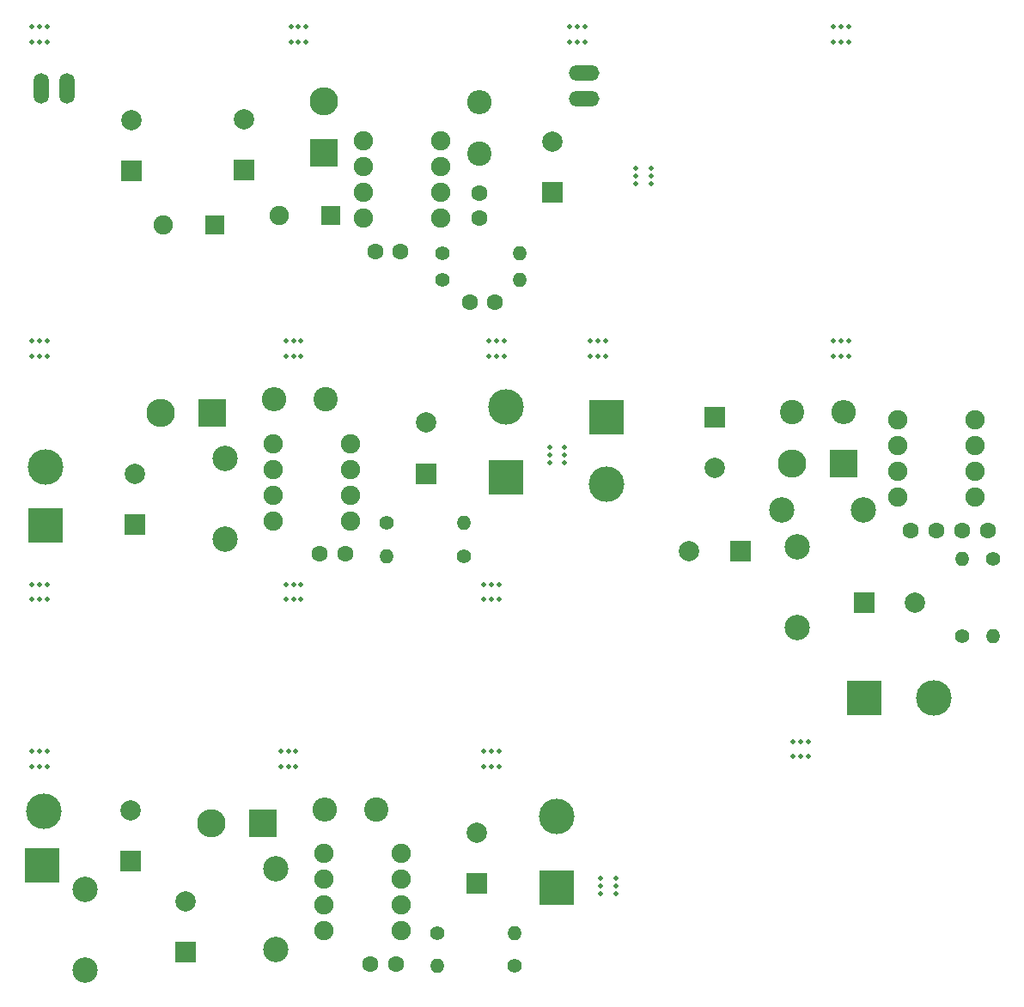
<source format=gbr>
%TF.GenerationSoftware,KiCad,Pcbnew,(6.0.8)*%
%TF.CreationDate,2022-11-19T23:49:02+04:00*%
%TF.ProjectId,panel,70616e65-6c2e-46b6-9963-61645f706362,rev?*%
%TF.SameCoordinates,Original*%
%TF.FileFunction,Soldermask,Bot*%
%TF.FilePolarity,Negative*%
%FSLAX46Y46*%
G04 Gerber Fmt 4.6, Leading zero omitted, Abs format (unit mm)*
G04 Created by KiCad (PCBNEW (6.0.8)) date 2022-11-19 23:49:02*
%MOMM*%
%LPD*%
G01*
G04 APERTURE LIST*
%ADD10C,1.400000*%
%ADD11O,1.400000X1.400000*%
%ADD12C,0.500000*%
%ADD13R,2.000000X2.000000*%
%ADD14C,2.000000*%
%ADD15R,2.800000X2.800000*%
%ADD16O,2.800000X2.800000*%
%ADD17C,2.400000*%
%ADD18O,2.400000X2.400000*%
%ADD19R,3.500120X3.500120*%
%ADD20C,1.600000*%
%ADD21C,2.499360*%
%ADD22O,3.010000X1.510000*%
%ADD23C,1.905000*%
%ADD24R,1.905000X1.905000*%
%ADD25O,1.510000X3.010000*%
%ADD26C,3.500120*%
G04 APERTURE END LIST*
D10*
%TO.C,R1*%
X102213800Y-121623700D03*
D11*
X109833800Y-121623700D03*
%TD*%
D12*
%TO.C,mouse-bite-2mm-slot*%
X123250000Y-46250000D03*
X123250000Y-47750000D03*
X121750000Y-47000000D03*
X121750000Y-46250000D03*
X121750000Y-47750000D03*
X123250000Y-47000000D03*
%TD*%
D13*
%TO.C,C3*%
X132024000Y-83996000D03*
D14*
X127024000Y-83996000D03*
%TD*%
D10*
%TO.C,R3*%
X109821100Y-124913000D03*
D11*
X102201100Y-124913000D03*
%TD*%
D15*
%TO.C,D1*%
X79977360Y-70396400D03*
D16*
X74897360Y-70396400D03*
%TD*%
D12*
%TO.C,mouse-bite-2mm-slot*%
X62250000Y-88750000D03*
X63000000Y-88750000D03*
X63750000Y-88750000D03*
X62250000Y-87250000D03*
X63750000Y-87250000D03*
X63000000Y-87250000D03*
%TD*%
D17*
%TO.C,R2*%
X137104000Y-70280000D03*
D18*
X142184000Y-70280000D03*
%TD*%
D19*
%TO.C,Vout*%
X144216000Y-98474000D03*
%TD*%
%TO.C,Vout*%
X63237500Y-115007000D03*
%TD*%
D12*
%TO.C,mouse-bite-2mm-slot*%
X63750000Y-105250000D03*
X62250000Y-103750000D03*
X63750000Y-103750000D03*
X63000000Y-103750000D03*
X62250000Y-105250000D03*
X63000000Y-105250000D03*
%TD*%
D20*
%TO.C,C2*%
X151328000Y-81964000D03*
X148828000Y-81964000D03*
%TD*%
D21*
%TO.C,L1*%
X144152500Y-79932000D03*
X136151500Y-79932000D03*
%TD*%
D12*
%TO.C,mouse-bite-2mm-slot*%
X116000000Y-32250000D03*
X115250000Y-32250000D03*
X115250000Y-33750000D03*
X116750000Y-33750000D03*
X116000000Y-33750000D03*
X116750000Y-32250000D03*
%TD*%
D21*
%TO.C,L2*%
X137612000Y-83551500D03*
X137612000Y-91552500D03*
%TD*%
D12*
%TO.C,mouse-bite-2mm-slot*%
X114750000Y-73750000D03*
X114750000Y-75250000D03*
X114750000Y-74500000D03*
X113250000Y-73750000D03*
X113250000Y-74500000D03*
X113250000Y-75250000D03*
%TD*%
%TO.C,mouse-bite-2mm-slot*%
X87750000Y-33750000D03*
X88500000Y-33750000D03*
X89250000Y-32250000D03*
X89250000Y-33750000D03*
X88500000Y-32250000D03*
X87750000Y-32250000D03*
%TD*%
D10*
%TO.C,R1*%
X102700000Y-54598000D03*
D11*
X110320000Y-54598000D03*
%TD*%
D13*
%TO.C,C3*%
X83142000Y-46406500D03*
D14*
X83142000Y-41406500D03*
%TD*%
D10*
%TO.C,R3*%
X102700000Y-57265000D03*
D11*
X110320000Y-57265000D03*
%TD*%
D12*
%TO.C,mouse-bite-2mm-slot*%
X108250000Y-88750000D03*
X106750000Y-88750000D03*
X108250000Y-87250000D03*
X107500000Y-87250000D03*
X107500000Y-88750000D03*
X106750000Y-87250000D03*
%TD*%
D20*
%TO.C,C2*%
X90609800Y-84277500D03*
X93109800Y-84277500D03*
%TD*%
D12*
%TO.C,mouse-bite-2mm-slot*%
X141250000Y-63250000D03*
X141250000Y-64750000D03*
X142000000Y-63250000D03*
X142000000Y-64750000D03*
X142750000Y-64750000D03*
X142750000Y-63250000D03*
%TD*%
D17*
%TO.C,R2*%
X96155900Y-109444400D03*
D18*
X91075900Y-109444400D03*
%TD*%
D20*
%TO.C,C6*%
X106319500Y-48669000D03*
X106319500Y-51169000D03*
%TD*%
D13*
%TO.C,C1*%
X113495000Y-48629000D03*
D14*
X113495000Y-43629000D03*
%TD*%
D22*
%TO.C,Vin*%
X116670000Y-36818000D03*
X116670000Y-39358000D03*
%TD*%
D21*
%TO.C,L1*%
X67492000Y-117331100D03*
X67492000Y-125332100D03*
%TD*%
D13*
%TO.C,C3*%
X71962400Y-114575200D03*
D14*
X71962400Y-109575200D03*
%TD*%
D19*
%TO.C,Vin*%
X113971460Y-117138060D03*
%TD*%
D17*
%TO.C,R2*%
X91155900Y-68999400D03*
D18*
X86075900Y-68999400D03*
%TD*%
D23*
%TO.C,U1*%
X147518000Y-71042000D03*
X147518000Y-73582000D03*
X147518000Y-76122000D03*
X147518000Y-78662000D03*
X155138000Y-78662000D03*
X155138000Y-76122000D03*
X155138000Y-73582000D03*
X155138000Y-71042000D03*
%TD*%
D24*
%TO.C,L1*%
X91651000Y-50915000D03*
D23*
X86571000Y-50915000D03*
%TD*%
D12*
%TO.C,mouse-bite-2mm-slot*%
X108250000Y-105250000D03*
X107500000Y-105250000D03*
X107500000Y-103750000D03*
X108250000Y-103750000D03*
X106750000Y-105250000D03*
X106750000Y-103750000D03*
%TD*%
D13*
%TO.C,C4*%
X72029500Y-46470000D03*
D14*
X72029500Y-41470000D03*
%TD*%
D19*
%TO.C,Vin*%
X108971460Y-76693060D03*
%TD*%
D20*
%TO.C,C2*%
X95609800Y-124722500D03*
X98109800Y-124722500D03*
%TD*%
D12*
%TO.C,mouse-bite-2mm-slot*%
X108000000Y-64750000D03*
X108750000Y-63250000D03*
X107250000Y-64750000D03*
X108000000Y-63250000D03*
X108750000Y-64750000D03*
X107250000Y-63250000D03*
%TD*%
D13*
%TO.C,C4*%
X144216000Y-89076000D03*
D14*
X149216000Y-89076000D03*
%TD*%
D25*
%TO.C,Vout*%
X63177600Y-38342000D03*
X65717600Y-38342000D03*
%TD*%
D13*
%TO.C,C1*%
X129484000Y-70788000D03*
D14*
X129484000Y-75788000D03*
%TD*%
D23*
%TO.C,U1*%
X94889500Y-43549000D03*
X94889500Y-46089000D03*
X94889500Y-48629000D03*
X94889500Y-51169000D03*
X102509500Y-51169000D03*
X102509500Y-48629000D03*
X102509500Y-46089000D03*
X102509500Y-43549000D03*
%TD*%
D20*
%TO.C,C5*%
X156408000Y-81964000D03*
X153908000Y-81964000D03*
%TD*%
D24*
%TO.C,L2*%
X80284500Y-51804000D03*
D23*
X75204500Y-51804000D03*
%TD*%
D12*
%TO.C,mouse-bite-2mm-slot*%
X62250000Y-32250000D03*
X63000000Y-32250000D03*
X63750000Y-32250000D03*
X63750000Y-33750000D03*
X62250000Y-33750000D03*
X63000000Y-33750000D03*
%TD*%
D23*
%TO.C,U1*%
X91037800Y-113813200D03*
X91037800Y-116353200D03*
X91037800Y-118893200D03*
X91037800Y-121433200D03*
X98657800Y-121433200D03*
X98657800Y-118893200D03*
X98657800Y-116353200D03*
X98657800Y-113813200D03*
%TD*%
D13*
%TO.C,C3*%
X72382760Y-81384440D03*
D14*
X72382760Y-76384440D03*
%TD*%
D26*
%TO.C,GND*%
X151074000Y-98474000D03*
%TD*%
D23*
%TO.C,U1*%
X86037800Y-73368200D03*
X86037800Y-75908200D03*
X86037800Y-78448200D03*
X86037800Y-80988200D03*
X93657800Y-80988200D03*
X93657800Y-78448200D03*
X93657800Y-75908200D03*
X93657800Y-73368200D03*
%TD*%
D26*
%TO.C,GND*%
X63364500Y-109609500D03*
%TD*%
D20*
%TO.C,C5*%
X105367000Y-59424000D03*
X107867000Y-59424000D03*
%TD*%
D19*
%TO.C,Vin*%
X118816000Y-70788000D03*
%TD*%
D12*
%TO.C,mouse-bite-2mm-slot*%
X119750000Y-117750000D03*
X119750000Y-116250000D03*
X118250000Y-117750000D03*
X119750000Y-117000000D03*
X118250000Y-116250000D03*
X118250000Y-117000000D03*
%TD*%
D15*
%TO.C,D1*%
X91016000Y-44692000D03*
D16*
X91016000Y-39612000D03*
%TD*%
D12*
%TO.C,mouse-bite-2mm-slot*%
X63750000Y-64750000D03*
X62250000Y-64750000D03*
X62250000Y-63250000D03*
X63750000Y-63250000D03*
X63000000Y-64750000D03*
X63000000Y-63250000D03*
%TD*%
D20*
%TO.C,C2*%
X98572500Y-54407500D03*
X96072500Y-54407500D03*
%TD*%
D12*
%TO.C,mouse-bite-2mm-slot*%
X138000000Y-102750000D03*
X138750000Y-104250000D03*
X138000000Y-104250000D03*
X137250000Y-104250000D03*
X137250000Y-102750000D03*
X138750000Y-102750000D03*
%TD*%
D26*
%TO.C,GND*%
X113971460Y-110183540D03*
%TD*%
D15*
%TO.C,D1*%
X84977360Y-110841400D03*
D16*
X79897360Y-110841400D03*
%TD*%
D21*
%TO.C,L1*%
X81262600Y-74843940D03*
X81262600Y-82844940D03*
%TD*%
D13*
%TO.C,C1*%
X101064440Y-76327300D03*
D14*
X101064440Y-71327300D03*
%TD*%
D10*
%TO.C,R1*%
X156916000Y-84758000D03*
D11*
X156916000Y-92378000D03*
%TD*%
D19*
%TO.C,Vout*%
X63576580Y-81453020D03*
%TD*%
D13*
%TO.C,C3*%
X77382760Y-123566800D03*
D14*
X77382760Y-118566800D03*
%TD*%
D10*
%TO.C,R1*%
X97213800Y-81178700D03*
D11*
X104833800Y-81178700D03*
%TD*%
D21*
%TO.C,L1*%
X86262600Y-115288940D03*
X86262600Y-123289940D03*
%TD*%
D12*
%TO.C,mouse-bite-2mm-slot*%
X142000000Y-32250000D03*
X141250000Y-33750000D03*
X142750000Y-32250000D03*
X141250000Y-32250000D03*
X142000000Y-33750000D03*
X142750000Y-33750000D03*
%TD*%
%TO.C,mouse-bite-2mm-slot*%
X87500000Y-103750000D03*
X86750000Y-103750000D03*
X88250000Y-105250000D03*
X87500000Y-105250000D03*
X86750000Y-105250000D03*
X88250000Y-103750000D03*
%TD*%
D26*
%TO.C,GND*%
X63576580Y-75669440D03*
%TD*%
D12*
%TO.C,mouse-bite-2mm-slot*%
X88000000Y-87250000D03*
X87250000Y-87250000D03*
X88750000Y-88750000D03*
X88750000Y-87250000D03*
X87250000Y-88750000D03*
X88000000Y-88750000D03*
%TD*%
D10*
%TO.C,R3*%
X104821100Y-84468000D03*
D11*
X97201100Y-84468000D03*
%TD*%
D13*
%TO.C,C1*%
X106064440Y-116772300D03*
D14*
X106064440Y-111772300D03*
%TD*%
D12*
%TO.C,mouse-bite-2mm-slot*%
X87250000Y-64750000D03*
X87250000Y-63250000D03*
X88750000Y-64750000D03*
X88000000Y-64750000D03*
X88750000Y-63250000D03*
X88000000Y-63250000D03*
%TD*%
D26*
%TO.C,GND*%
X108971460Y-69738540D03*
%TD*%
D10*
%TO.C,R3*%
X153868000Y-92378000D03*
D11*
X153868000Y-84758000D03*
%TD*%
D17*
%TO.C,R2*%
X106319500Y-44819000D03*
D18*
X106319500Y-39739000D03*
%TD*%
D12*
%TO.C,mouse-bite-2mm-slot*%
X118750000Y-64750000D03*
X118000000Y-63250000D03*
X118000000Y-64750000D03*
X117250000Y-64750000D03*
X118750000Y-63250000D03*
X117250000Y-63250000D03*
%TD*%
D26*
%TO.C,GND*%
X118816000Y-77392000D03*
%TD*%
D15*
%TO.C,D1*%
X142184000Y-75360000D03*
D16*
X137104000Y-75360000D03*
%TD*%
M02*

</source>
